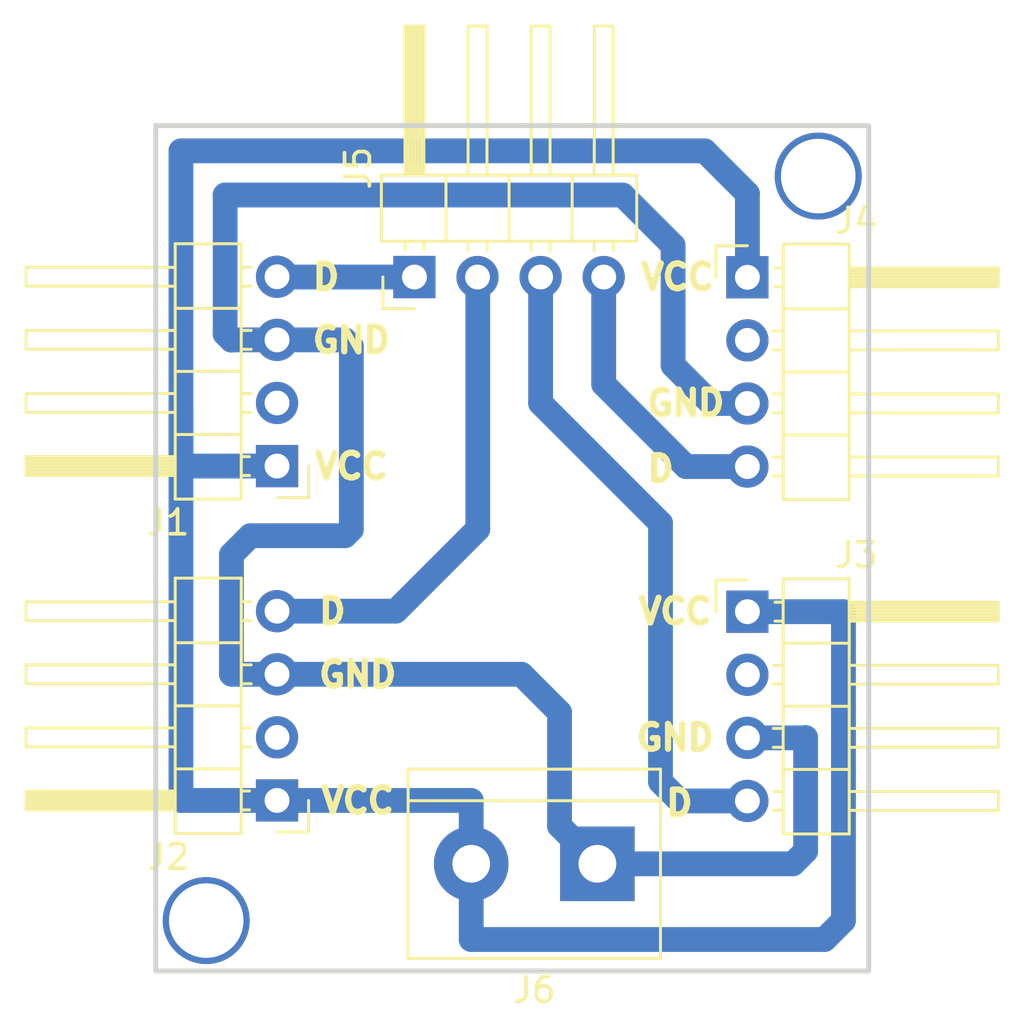
<source format=kicad_pcb>
(kicad_pcb (version 20211014) (generator pcbnew)
  (layers (0 "F.Cu" signal) (31 "B.Cu" signal) (34 "B.Paste" user) (35 "F.Paste" user) (36 "B.SilkS" user "B.Silkscreen") (37 "F.SilkS" user "F.Silkscreen") (38 "B.Mask" user) (39 "F.Mask" user) (44 "Edge.Cuts" user))
  (net 0 "")
  (net 1 "/Vcc")
  (net 3 "GND")
  (net 4 "/DATA1")
  (net 6 "/DATA2")
  (net 8 "/DATA3")
  (net 10 "/DATA4")
  (footprint "Connector_PinHeader_2.54mm:PinHeader_1x04_P2.54mm_Horizontal" (layer "F.Cu") (at 75.889 48.524)
    (fp_text reference "J3" (at 4.385 -2.27) (layer "F.SilkS"))
    (fp_text value "Conn_01x04_Male")
    (fp_line (start 10.1 0.38) (end 4.1 0.38) (layer "F.SilkS") (width 0.12))
    (fp_line (start 1.44 3.81) (end 4.1 3.81) (layer "F.SilkS") (width 0.12))
    (fp_line (start 1.44 8.95) (end 4.1 8.95) (layer "F.SilkS") (width 0.12))
    (fp_line (start 1.44 1.27) (end 4.1 1.27) (layer "F.SilkS") (width 0.12))
    (fp_line (start 4.1 8.95) (end 4.1 -1.33) (layer "F.SilkS") (width 0.12))
    (fp_line (start 4.1 -0.08) (end 10.1 -0.08) (layer "F.SilkS") (width 0.12))
    (fp_line (start 4.1 0.16) (end 10.1 0.16) (layer "F.SilkS") (width 0.12))
    (fp_line (start 4.1 -0.38) (end 10.1 -0.38) (layer "F.SilkS") (width 0.12))
    (fp_line (start 1.44 -1.33) (end 1.44 8.95) (layer "F.SilkS") (width 0.12))
    (fp_line (start 4.1 -0.2) (end 10.1 -0.2) (layer "F.SilkS") (width 0.12))
    (fp_line (start 10.1 4.7) (end 10.1 5.46) (layer "F.SilkS") (width 0.12))
    (fp_line (start 10.1 7.24) (end 10.1 8) (layer "F.SilkS") (width 0.12))
    (fp_line (start -1.27 0) (end -1.27 -1.27) (layer "F.SilkS") (width 0.12))
    (fp_line (start 4.1 -0.32) (end 10.1 -0.32) (layer "F.SilkS") (width 0.12))
    (fp_line (start 10.1 2.16) (end 10.1 2.92) (layer "F.SilkS") (width 0.12))
    (fp_line (start 4.1 0.28) (end 10.1 0.28) (layer "F.SilkS") (width 0.12))
    (fp_line (start 10.1 -0.38) (end 10.1 0.38) (layer "F.SilkS") (width 0.12))
    (fp_line (start 1.042929 8) (end 1.44 8) (layer "F.SilkS") (width 0.12))
    (fp_line (start 1.042929 2.16) (end 1.44 2.16) (layer "F.SilkS") (width 0.12))
    (fp_line (start 4.1 -1.33) (end 1.44 -1.33) (layer "F.SilkS") (width 0.12))
    (fp_line (start 1.042929 5.46) (end 1.44 5.46) (layer "F.SilkS") (width 0.12))
    (fp_line (start 1.042929 4.7) (end 1.44 4.7) (layer "F.SilkS") (width 0.12))
    (fp_line (start 10.1 5.46) (end 4.1 5.46) (layer "F.SilkS") (width 0.12))
    (fp_line (start 1.11 0.38) (end 1.44 0.38) (layer "F.SilkS") (width 0.12))
    (fp_line (start 10.1 8) (end 4.1 8) (layer "F.SilkS") (width 0.12))
    (fp_line (start 4.1 4.7) (end 10.1 4.7) (layer "F.SilkS") (width 0.12))
    (fp_line (start 1.44 6.35) (end 4.1 6.35) (layer "F.SilkS") (width 0.12))
    (fp_line (start 10.1 2.92) (end 4.1 2.92) (layer "F.SilkS") (width 0.12))
    (fp_line (start 1.11 -0.38) (end 1.44 -0.38) (layer "F.SilkS") (width 0.12))
    (fp_line (start 1.042929 7.24) (end 1.44 7.24) (layer "F.SilkS") (width 0.12))
    (fp_line (start 4.1 7.24) (end 10.1 7.24) (layer "F.SilkS") (width 0.12))
    (fp_line (start 1.042929 2.92) (end 1.44 2.92) (layer "F.SilkS") (width 0.12))
    (fp_line (start 4.1 2.16) (end 10.1 2.16) (layer "F.SilkS") (width 0.12))
    (fp_line (start -1.27 -1.27) (end 0 -1.27) (layer "F.SilkS") (width 0.12))
    (fp_line (start 4.1 0.04) (end 10.1 0.04) (layer "F.SilkS") (width 0.12))
    (pad "1" thru_hole rect (at 0 0) (size 1.7 1.7) (drill 1) (layers *.Cu *.Mask) (net 1 "/Vcc"))
    (pad "2" thru_hole oval (at 0 2.54) (size 1.7 1.7) (drill 1) (layers *.Cu *.Mask))
    (pad "3" thru_hole oval (at 0 5.08) (size 1.7 1.7) (drill 1) (layers *.Cu *.Mask) (net 3 "GND"))
    (pad "4" thru_hole oval (at 0 7.62) (size 1.7 1.7) (drill 1) (layers *.Cu *.Mask) (net 8 "/DATA3"))
  )
  (footprint "Connector_PinHeader_2.54mm:PinHeader_1x04_P2.54mm_Horizontal" (layer "F.Cu") (at 62.484 35.052 90)
    (fp_text reference "J5" (at 4.385 -2.27 90) (layer "F.SilkS"))
    (fp_text value "Conn_01x04_Male")
    (fp_line (start 1.042929 2.92) (end 1.44 2.92) (layer "F.SilkS") (width 0.12))
    (fp_line (start 4.1 7.24) (end 10.1 7.24) (layer "F.SilkS") (width 0.12))
    (fp_line (start 4.1 2.16) (end 10.1 2.16) (layer "F.SilkS") (width 0.12))
    (fp_line (start 4.1 -0.32) (end 10.1 -0.32) (layer "F.SilkS") (width 0.12))
    (fp_line (start 4.1 -1.33) (end 1.44 -1.33) (layer "F.SilkS") (width 0.12))
    (fp_line (start 10.1 4.7) (end 10.1 5.46) (layer "F.SilkS") (width 0.12))
    (fp_line (start 1.042929 4.7) (end 1.44 4.7) (layer "F.SilkS") (width 0.12))
    (fp_line (start 10.1 2.16) (end 10.1 2.92) (layer "F.SilkS") (width 0.12))
    (fp_line (start 1.44 8.95) (end 4.1 8.95) (layer "F.SilkS") (width 0.12))
    (fp_line (start 1.11 0.38) (end 1.44 0.38) (layer "F.SilkS") (width 0.12))
    (fp_line (start 10.1 5.46) (end 4.1 5.46) (layer "F.SilkS") (width 0.12))
    (fp_line (start 4.1 -0.08) (end 10.1 -0.08) (layer "F.SilkS") (width 0.12))
    (fp_line (start 4.1 0.16) (end 10.1 0.16) (layer "F.SilkS") (width 0.12))
    (fp_line (start 1.042929 2.16) (end 1.44 2.16) (layer "F.SilkS") (width 0.12))
    (fp_line (start 4.1 0.28) (end 10.1 0.28) (layer "F.SilkS") (width 0.12))
    (fp_line (start 1.44 -1.33) (end 1.44 8.95) (layer "F.SilkS") (width 0.12))
    (fp_line (start 1.042929 7.24) (end 1.44 7.24) (layer "F.SilkS") (width 0.12))
    (fp_line (start 1.11 -0.38) (end 1.44 -0.38) (layer "F.SilkS") (width 0.12))
    (fp_line (start 10.1 0.38) (end 4.1 0.38) (layer "F.SilkS") (width 0.12))
    (fp_line (start 1.44 3.81) (end 4.1 3.81) (layer "F.SilkS") (width 0.12))
    (fp_line (start 10.1 2.92) (end 4.1 2.92) (layer "F.SilkS") (width 0.12))
    (fp_line (start 4.1 4.7) (end 10.1 4.7) (layer "F.SilkS") (width 0.12))
    (fp_line (start 4.1 8.95) (end 4.1 -1.33) (layer "F.SilkS") (width 0.12))
    (fp_line (start 1.042929 8) (end 1.44 8) (layer "F.SilkS") (width 0.12))
    (fp_line (start 1.44 1.27) (end 4.1 1.27) (layer "F.SilkS") (width 0.12))
    (fp_line (start 4.1 -0.38) (end 10.1 -0.38) (layer "F.SilkS") (width 0.12))
    (fp_line (start -1.27 0) (end -1.27 -1.27) (layer "F.SilkS") (width 0.12))
    (fp_line (start -1.27 -1.27) (end 0 -1.27) (layer "F.SilkS") (width 0.12))
    (fp_line (start 10.1 8) (end 4.1 8) (layer "F.SilkS") (width 0.12))
    (fp_line (start 4.1 0.04) (end 10.1 0.04) (layer "F.SilkS") (width 0.12))
    (fp_line (start 10.1 7.24) (end 10.1 8) (layer "F.SilkS") (width 0.12))
    (fp_line (start 10.1 -0.38) (end 10.1 0.38) (layer "F.SilkS") (width 0.12))
    (fp_line (start 1.042929 5.46) (end 1.44 5.46) (layer "F.SilkS") (width 0.12))
    (fp_line (start 4.1 -0.2) (end 10.1 -0.2) (layer "F.SilkS") (width 0.12))
    (fp_line (start 1.44 6.35) (end 4.1 6.35) (layer "F.SilkS") (width 0.12))
    (pad "1" thru_hole rect (at 0 0 90) (size 1.7 1.7) (drill 1) (layers *.Cu *.Mask) (net 4 "/DATA1"))
    (pad "2" thru_hole oval (at 0 2.54 90) (size 1.7 1.7) (drill 1) (layers *.Cu *.Mask) (net 6 "/DATA2"))
    (pad "3" thru_hole oval (at 0 5.08 90) (size 1.7 1.7) (drill 1) (layers *.Cu *.Mask) (net 8 "/DATA3"))
    (pad "4" thru_hole oval (at 0 7.62 90) (size 1.7 1.7) (drill 1) (layers *.Cu *.Mask) (net 10 "/DATA4"))
  )
  (footprint "TerminalBlock:TerminalBlock_bornier-2_P5.08mm" (layer "F.Cu") (at 69.85 58.674 180)
    (fp_text reference "J6" (at 2.54 -5.08) (layer "F.SilkS"))
    (fp_text value "Screw_Terminal_01x02")
    (fp_line (start 7.62 -3.81) (end -2.54 -3.81) (layer "F.SilkS") (width 0.12))
    (fp_line (start 7.62 2.54) (end -2.54 2.54) (layer "F.SilkS") (width 0.12))
    (fp_line (start 7.62 3.81) (end 7.62 -3.81) (layer "F.SilkS") (width 0.12))
    (fp_line (start -2.54 3.81) (end 7.62 3.81) (layer "F.SilkS") (width 0.12))
    (fp_line (start -2.54 -3.81) (end -2.54 3.81) (layer "F.SilkS") (width 0.12))
    (pad "1" thru_hole rect (at 0 0 180) (size 3 3) (drill 1.52) (layers *.Cu *.Mask) (net 3 "GND"))
    (pad "2" thru_hole circle (at 5.08 0 180) (size 3 3) (drill 1.52) (layers *.Cu *.Mask) (net 1 "/Vcc"))
  )
  (footprint "Connector_PinHeader_2.54mm:PinHeader_1x04_P2.54mm_Horizontal" (layer "F.Cu") (at 56.953 42.662 180)
    (fp_text reference "J1" (at 4.385 -2.27) (layer "F.SilkS"))
    (fp_text value "Conn_01x04_Male")
    (fp_line (start 4.1 4.7) (end 10.1 4.7) (layer "F.SilkS") (width 0.12))
    (fp_line (start 1.11 -0.38) (end 1.44 -0.38) (layer "F.SilkS") (width 0.12))
    (fp_line (start 4.1 0.16) (end 10.1 0.16) (layer "F.SilkS") (width 0.12))
    (fp_line (start 10.1 2.16) (end 10.1 2.92) (layer "F.SilkS") (width 0.12))
    (fp_line (start 10.1 8) (end 4.1 8) (layer "F.SilkS") (width 0.12))
    (fp_line (start 4.1 -0.32) (end 10.1 -0.32) (layer "F.SilkS") (width 0.12))
    (fp_line (start 1.042929 8) (end 1.44 8) (layer "F.SilkS") (width 0.12))
    (fp_line (start 1.44 -1.33) (end 1.44 8.95) (layer "F.SilkS") (width 0.12))
    (fp_line (start 1.44 1.27) (end 4.1 1.27) (layer "F.SilkS") (width 0.12))
    (fp_line (start 4.1 -0.2) (end 10.1 -0.2) (layer "F.SilkS") (width 0.12))
    (fp_line (start 1.44 3.81) (end 4.1 3.81) (layer "F.SilkS") (width 0.12))
    (fp_line (start -1.27 -1.27) (end 0 -1.27) (layer "F.SilkS") (width 0.12))
    (fp_line (start 4.1 7.24) (end 10.1 7.24) (layer "F.SilkS") (width 0.12))
    (fp_line (start 4.1 2.16) (end 10.1 2.16) (layer "F.SilkS") (width 0.12))
    (fp_line (start 1.042929 2.16) (end 1.44 2.16) (layer "F.SilkS") (width 0.12))
    (fp_line (start 4.1 -0.08) (end 10.1 -0.08) (layer "F.SilkS") (width 0.12))
    (fp_line (start 1.042929 5.46) (end 1.44 5.46) (layer "F.SilkS") (width 0.12))
    (fp_line (start 1.042929 4.7) (end 1.44 4.7) (layer "F.SilkS") (width 0.12))
    (fp_line (start 4.1 0.04) (end 10.1 0.04) (layer "F.SilkS") (width 0.12))
    (fp_line (start 1.11 0.38) (end 1.44 0.38) (layer "F.SilkS") (width 0.12))
    (fp_line (start 1.042929 2.92) (end 1.44 2.92) (layer "F.SilkS") (width 0.12))
    (fp_line (start 4.1 0.28) (end 10.1 0.28) (layer "F.SilkS") (width 0.12))
    (fp_line (start 10.1 2.92) (end 4.1 2.92) (layer "F.SilkS") (width 0.12))
    (fp_line (start 1.042929 7.24) (end 1.44 7.24) (layer "F.SilkS") (width 0.12))
    (fp_line (start 10.1 -0.38) (end 10.1 0.38) (layer "F.SilkS") (width 0.12))
    (fp_line (start 4.1 -1.33) (end 1.44 -1.33) (layer "F.SilkS") (width 0.12))
    (fp_line (start 4.1 8.95) (end 4.1 -1.33) (layer "F.SilkS") (width 0.12))
    (fp_line (start 10.1 4.7) (end 10.1 5.46) (layer "F.SilkS") (width 0.12))
    (fp_line (start 10.1 7.24) (end 10.1 8) (layer "F.SilkS") (width 0.12))
    (fp_line (start 1.44 8.95) (end 4.1 8.95) (layer "F.SilkS") (width 0.12))
    (fp_line (start 4.1 -0.38) (end 10.1 -0.38) (layer "F.SilkS") (width 0.12))
    (fp_line (start 1.44 6.35) (end 4.1 6.35) (layer "F.SilkS") (width 0.12))
    (fp_line (start 10.1 5.46) (end 4.1 5.46) (layer "F.SilkS") (width 0.12))
    (fp_line (start 10.1 0.38) (end 4.1 0.38) (layer "F.SilkS") (width 0.12))
    (fp_line (start -1.27 0) (end -1.27 -1.27) (layer "F.SilkS") (width 0.12))
    (pad "1" thru_hole rect (at 0 0 180) (size 1.7 1.7) (drill 1) (layers *.Cu *.Mask) (net 1 "/Vcc"))
    (pad "2" thru_hole oval (at 0 2.54 180) (size 1.7 1.7) (drill 1) (layers *.Cu *.Mask))
    (pad "3" thru_hole oval (at 0 5.08 180) (size 1.7 1.7) (drill 1) (layers *.Cu *.Mask) (net 3 "GND"))
    (pad "4" thru_hole oval (at 0 7.62 180) (size 1.7 1.7) (drill 1) (layers *.Cu *.Mask) (net 4 "/DATA1"))
  )
  (footprint "Connector_PinHeader_2.54mm:PinHeader_1x04_P2.54mm_Horizontal" (layer "F.Cu") (at 56.953 56.124 180)
    (fp_text reference "J2" (at 4.385 -2.27) (layer "F.SilkS"))
    (fp_text value "Conn_01x04_Male")
    (fp_line (start 10.1 0.38) (end 4.1 0.38) (layer "F.SilkS") (width 0.12))
    (fp_line (start -1.27 0) (end -1.27 -1.27) (layer "F.SilkS") (width 0.12))
    (fp_line (start 4.1 4.7) (end 10.1 4.7) (layer "F.SilkS") (width 0.12))
    (fp_line (start 10.1 7.24) (end 10.1 8) (layer "F.SilkS") (width 0.12))
    (fp_line (start 1.042929 2.92) (end 1.44 2.92) (layer "F.SilkS") (width 0.12))
    (fp_line (start 1.44 8.95) (end 4.1 8.95) (layer "F.SilkS") (width 0.12))
    (fp_line (start 10.1 4.7) (end 10.1 5.46) (layer "F.SilkS") (width 0.12))
    (fp_line (start 1.44 -1.33) (end 1.44 8.95) (layer "F.SilkS") (width 0.12))
    (fp_line (start 4.1 -0.38) (end 10.1 -0.38) (layer "F.SilkS") (width 0.12))
    (fp_line (start 10.1 2.16) (end 10.1 2.92) (layer "F.SilkS") (width 0.12))
    (fp_line (start 4.1 8.95) (end 4.1 -1.33) (layer "F.SilkS") (width 0.12))
    (fp_line (start 4.1 0.16) (end 10.1 0.16) (layer "F.SilkS") (width 0.12))
    (fp_line (start 10.1 8) (end 4.1 8) (layer "F.SilkS") (width 0.12))
    (fp_line (start 10.1 2.92) (end 4.1 2.92) (layer "F.SilkS") (width 0.12))
    (fp_line (start 1.042929 5.46) (end 1.44 5.46) (layer "F.SilkS") (width 0.12))
    (fp_line (start -1.27 -1.27) (end 0 -1.27) (layer "F.SilkS") (width 0.12))
    (fp_line (start 1.44 3.81) (end 4.1 3.81) (layer "F.SilkS") (width 0.12))
    (fp_line (start 1.042929 4.7) (end 1.44 4.7) (layer "F.SilkS") (width 0.12))
    (fp_line (start 1.11 0.38) (end 1.44 0.38) (layer "F.SilkS") (width 0.12))
    (fp_line (start 1.44 1.27) (end 4.1 1.27) (layer "F.SilkS") (width 0.12))
    (fp_line (start 10.1 -0.38) (end 10.1 0.38) (layer "F.SilkS") (width 0.12))
    (fp_line (start 1.11 -0.38) (end 1.44 -0.38) (layer "F.SilkS") (width 0.12))
    (fp_line (start 4.1 7.24) (end 10.1 7.24) (layer "F.SilkS") (width 0.12))
    (fp_line (start 4.1 -0.32) (end 10.1 -0.32) (layer "F.SilkS") (width 0.12))
    (fp_line (start 4.1 0.28) (end 10.1 0.28) (layer "F.SilkS") (width 0.12))
    (fp_line (start 1.042929 2.16) (end 1.44 2.16) (layer "F.SilkS") (width 0.12))
    (fp_line (start 4.1 0.04) (end 10.1 0.04) (layer "F.SilkS") (width 0.12))
    (fp_line (start 4.1 2.16) (end 10.1 2.16) (layer "F.SilkS") (width 0.12))
    (fp_line (start 4.1 -1.33) (end 1.44 -1.33) (layer "F.SilkS") (width 0.12))
    (fp_line (start 4.1 -0.08) (end 10.1 -0.08) (layer "F.SilkS") (width 0.12))
    (fp_line (start 1.042929 8) (end 1.44 8) (layer "F.SilkS") (width 0.12))
    (fp_line (start 4.1 -0.2) (end 10.1 -0.2) (layer "F.SilkS") (width 0.12))
    (fp_line (start 1.44 6.35) (end 4.1 6.35) (layer "F.SilkS") (width 0.12))
    (fp_line (start 10.1 5.46) (end 4.1 5.46) (layer "F.SilkS") (width 0.12))
    (fp_line (start 1.042929 7.24) (end 1.44 7.24) (layer "F.SilkS") (width 0.12))
    (pad "1" thru_hole rect (at 0 0 180) (size 1.7 1.7) (drill 1) (layers *.Cu *.Mask) (net 1 "/Vcc"))
    (pad "2" thru_hole oval (at 0 2.54 180) (size 1.7 1.7) (drill 1) (layers *.Cu *.Mask))
    (pad "3" thru_hole oval (at 0 5.08 180) (size 1.7 1.7) (drill 1) (layers *.Cu *.Mask) (net 3 "GND"))
    (pad "4" thru_hole oval (at 0 7.62 180) (size 1.7 1.7) (drill 1) (layers *.Cu *.Mask) (net 6 "/DATA2"))
  )
  (footprint "Connector_PinHeader_2.54mm:PinHeader_1x04_P2.54mm_Horizontal" (layer "F.Cu") (at 75.889 35.062)
    (fp_text reference "J4" (at 4.385 -2.27) (layer "F.SilkS"))
    (fp_text value "Conn_01x04_Male")
    (fp_line (start -1.27 -1.27) (end 0 -1.27) (layer "F.SilkS") (width 0.12))
    (fp_line (start -1.27 0) (end -1.27 -1.27) (layer "F.SilkS") (width 0.12))
    (fp_line (start 1.44 6.35) (end 4.1 6.35) (layer "F.SilkS") (width 0.12))
    (fp_line (start 1.11 -0.38) (end 1.44 -0.38) (layer "F.SilkS") (width 0.12))
    (fp_line (start 4.1 4.7) (end 10.1 4.7) (layer "F.SilkS") (width 0.12))
    (fp_line (start 1.042929 4.7) (end 1.44 4.7) (layer "F.SilkS") (width 0.12))
    (fp_line (start 10.1 5.46) (end 4.1 5.46) (layer "F.SilkS") (width 0.12))
    (fp_line (start 4.1 -0.38) (end 10.1 -0.38) (layer "F.SilkS") (width 0.12))
    (fp_line (start 1.44 8.95) (end 4.1 8.95) (layer "F.SilkS") (width 0.12))
    (fp_line (start 4.1 -0.08) (end 10.1 -0.08) (layer "F.SilkS") (width 0.12))
    (fp_line (start 10.1 2.92) (end 4.1 2.92) (layer "F.SilkS") (width 0.12))
    (fp_line (start 1.042929 2.92) (end 1.44 2.92) (layer "F.SilkS") (width 0.12))
    (fp_line (start 4.1 0.04) (end 10.1 0.04) (layer "F.SilkS") (width 0.12))
    (fp_line (start 4.1 -0.32) (end 10.1 -0.32) (layer "F.SilkS") (width 0.12))
    (fp_line (start 4.1 -0.2) (end 10.1 -0.2) (layer "F.SilkS") (width 0.12))
    (fp_line (start 1.042929 5.46) (end 1.44 5.46) (layer "F.SilkS") (width 0.12))
    (fp_line (start 10.1 4.7) (end 10.1 5.46) (layer "F.SilkS") (width 0.12))
    (fp_line (start 1.44 1.27) (end 4.1 1.27) (layer "F.SilkS") (width 0.12))
    (fp_line (start 4.1 2.16) (end 10.1 2.16) (layer "F.SilkS") (width 0.12))
    (fp_line (start 1.042929 7.24) (end 1.44 7.24) (layer "F.SilkS") (width 0.12))
    (fp_line (start 1.042929 8) (end 1.44 8) (layer "F.SilkS") (width 0.12))
    (fp_line (start 4.1 0.16) (end 10.1 0.16) (layer "F.SilkS") (width 0.12))
    (fp_line (start 1.44 -1.33) (end 1.44 8.95) (layer "F.SilkS") (width 0.12))
    (fp_line (start 1.44 3.81) (end 4.1 3.81) (layer "F.SilkS") (width 0.12))
    (fp_line (start 1.11 0.38) (end 1.44 0.38) (layer "F.SilkS") (width 0.12))
    (fp_line (start 4.1 -1.33) (end 1.44 -1.33) (layer "F.SilkS") (width 0.12))
    (fp_line (start 10.1 0.38) (end 4.1 0.38) (layer "F.SilkS") (width 0.12))
    (fp_line (start 1.042929 2.16) (end 1.44 2.16) (layer "F.SilkS") (width 0.12))
    (fp_line (start 4.1 8.95) (end 4.1 -1.33) (layer "F.SilkS") (width 0.12))
    (fp_line (start 4.1 0.28) (end 10.1 0.28) (layer "F.SilkS") (width 0.12))
    (fp_line (start 4.1 7.24) (end 10.1 7.24) (layer "F.SilkS") (width 0.12))
    (fp_line (start 10.1 8) (end 4.1 8) (layer "F.SilkS") (width 0.12))
    (fp_line (start 10.1 2.16) (end 10.1 2.92) (layer "F.SilkS") (width 0.12))
    (fp_line (start 10.1 7.24) (end 10.1 8) (layer "F.SilkS") (width 0.12))
    (fp_line (start 10.1 -0.38) (end 10.1 0.38) (layer "F.SilkS") (width 0.12))
    (pad "1" thru_hole rect (at 0 0) (size 1.7 1.7) (drill 1) (layers *.Cu *.Mask) (net 1 "/Vcc"))
    (pad "2" thru_hole oval (at 0 2.54) (size 1.7 1.7) (drill 1) (layers *.Cu *.Mask))
    (pad "3" thru_hole oval (at 0 5.08) (size 1.7 1.7) (drill 1) (layers *.Cu *.Mask) (net 3 "GND"))
    (pad "4" thru_hole oval (at 0 7.62) (size 1.7 1.7) (drill 1) (layers *.Cu *.Mask) (net 10 "/DATA4"))
  )
  (gr_rect (start 52.07 28.956) (end 80.772 62.992) (layer "Edge.Cuts") (width 0.2) (fill none))
  (gr_text "D\n" (at 72.39 42.672 180) (layer "F.SilkS") (effects (font (size 1 1) (thickness 0.25)) (justify mirror)))
  (gr_text "VCC\n" (at 59.944 42.672) (layer "F.SilkS") (effects (font (size 1 1) (thickness 0.25))))
  (gr_text "VCC\n" (at 72.979 48.514) (layer "F.SilkS") (effects (font (size 1 1) (thickness 0.25))))
  (gr_text "GND\n" (at 60.198 51.054) (layer "F.SilkS") (effects (font (size 1 1) (thickness 0.25))))
  (gr_text "GND\n" (at 73.406 40.132) (layer "F.SilkS") (effects (font (size 1 1) (thickness 0.25))))
  (gr_text "GND\n" (at 59.944 37.592) (layer "F.SilkS") (effects (font (size 1 1) (thickness 0.25))))
  (gr_text "D\n" (at 58.928 35.052) (layer "F.SilkS") (effects (font (size 1 1) (thickness 0.25))))
  (gr_text "VCC\n" (at 60.198 56.134) (layer "F.SilkS") (effects (font (size 1 1) (thickness 0.25))))
  (gr_text "VCC\n" (at 73.071 35.052) (layer "F.SilkS") (effects (font (size 1 1) (thickness 0.25))))
  (gr_text "D\n" (at 73.152 56.134 180) (layer "F.SilkS") (effects (font (size 1 1) (thickness 0.25)) (justify mirror)))
  (gr_text "D\n" (at 59.182 48.514) (layer "F.SilkS") (effects (font (size 1 1) (thickness 0.25))))
  (gr_text "GND\n" (at 72.979 53.594) (layer "F.SilkS") (effects (font (size 1 1) (thickness 0.25))))
  (via (at 78.74 30.988) (size 3.5) (drill 3) (layers "F.Cu" "B.Cu") (net 0))
  (via (at 54.102 60.96) (size 3.5) (drill 3) (layers "F.Cu" "B.Cu") (net 0))
  (segment (start 53.086 29.972) (end 74.168 29.972) (width 1) (layer "B.Cu") (net 1))
  (segment (start 56.953 56.124) (end 64.77 56.124) (width 1) (layer "B.Cu") (net 1))
  (segment (start 53.086 56.124) (end 53.086 40.386) (width 1) (layer "B.Cu") (net 1))
  (segment (start 79.756 60.96) (end 79.756 48.524) (width 1) (layer "B.Cu") (net 1))
  (segment (start 64.77 61.722) (end 78.994 61.722) (width 1) (layer "B.Cu") (net 1))
  (segment (start 56.953 42.662) (end 53.086 42.662) (width 1) (layer "B.Cu") (net 1))
  (segment (start 56.953 56.124) (end 53.086 56.124) (width 1) (layer "B.Cu") (net 1))
  (segment (start 74.168 29.972) (end 75.889 31.693) (width 1) (layer "B.Cu") (net 1))
  (segment (start 64.77 56.124) (end 64.77 58.674) (width 1) (layer "B.Cu") (net 1))
  (segment (start 79.756 48.524) (end 76.143 48.524) (width 1) (layer "B.Cu") (net 1))
  (segment (start 78.994 61.722) (end 79.756 60.96) (width 1) (layer "B.Cu") (net 1))
  (segment (start 53.086 42.662) (end 53.086 40.386) (width 1) (layer "B.Cu") (net 1))
  (segment (start 53.086 40.386) (end 53.086 29.972) (width 1) (layer "B.Cu") (net 1))
  (segment (start 75.889 31.693) (end 75.889 35.062) (width 1) (layer "B.Cu") (net 1))
  (segment (start 64.77 58.674) (end 64.77 61.722) (width 1) (layer "B.Cu") (net 1))
  (segment (start 54.864 31.75) (end 54.864 37.338) (width 1) (layer "B.Cu") (net 3))
  (segment (start 55.128 51.044) (end 56.953 51.044) (width 1) (layer "B.Cu") (net 3))
  (segment (start 59.944 37.846) (end 59.944 45.212) (width 1) (layer "B.Cu") (net 3))
  (segment (start 59.69 45.466) (end 55.88 45.466) (width 1) (layer "B.Cu") (net 3))
  (segment (start 69.85 58.674) (end 68.326 57.15) (width 1) (layer "B.Cu") (net 3))
  (segment (start 69.85 58.674) (end 77.724 58.674) (width 1) (layer "B.Cu") (net 3))
  (segment (start 55.118 37.592) (end 55.128 37.582) (width 1) (layer "B.Cu") (net 3))
  (segment (start 70.866 31.75) (end 54.864 31.75) (width 1) (layer "B.Cu") (net 3))
  (segment (start 66.792 51.044) (end 56.953 51.044) (width 1) (layer "B.Cu") (net 3))
  (segment (start 74.432 40.142) (end 72.898 38.608) (width 1) (layer "B.Cu") (net 3))
  (segment (start 54.864 37.338) (end 55.118 37.592) (width 1) (layer "B.Cu") (net 3))
  (segment (start 68.326 52.578) (end 66.792 51.044) (width 1) (layer "B.Cu") (net 3))
  (segment (start 78.232 58.166) (end 78.232 53.594) (width 1) (layer "B.Cu") (net 3))
  (segment (start 55.88 45.466) (end 55.118 46.228) (width 1) (layer "B.Cu") (net 3))
  (segment (start 68.326 57.15) (end 68.326 52.578) (width 1) (layer "B.Cu") (net 3))
  (segment (start 59.944 45.212) (end 59.69 45.466) (width 1) (layer "B.Cu") (net 3))
  (segment (start 77.724 58.674) (end 78.232 58.166) (width 1) (layer "B.Cu") (net 3))
  (segment (start 59.68 37.582) (end 59.944 37.846) (width 1) (layer "B.Cu") (net 3))
  (segment (start 55.128 37.582) (end 56.953 37.582) (width 1) (layer "B.Cu") (net 3))
  (segment (start 55.118 51.034) (end 55.128 51.044) (width 1) (layer "B.Cu") (net 3))
  (segment (start 75.889 40.142) (end 74.432 40.142) (width 1) (layer "B.Cu") (net 3))
  (segment (start 72.898 33.782) (end 70.866 31.75) (width 1) (layer "B.Cu") (net 3))
  (segment (start 78.232 53.594) (end 78.222 53.604) (width 1) (layer "B.Cu") (net 3))
  (segment (start 78.222 53.604) (end 76.143 53.604) (width 1) (layer "B.Cu") (net 3))
  (segment (start 56.953 37.582) (end 59.68 37.582) (width 1) (layer "B.Cu") (net 3))
  (segment (start 55.118 46.228) (end 55.118 51.034) (width 1) (layer "B.Cu") (net 3))
  (segment (start 72.898 38.608) (end 72.898 33.782) (width 1) (layer "B.Cu") (net 3))
  (segment (start 56.953 35.042) (end 56.963 35.052) (width 1) (layer "B.Cu") (net 4))
  (segment (start 62.417 35.052) (end 62.427 35.042) (width 1) (layer "B.Cu") (net 4))
  (segment (start 56.963 35.052) (end 62.417 35.052) (width 1) (layer "B.Cu") (net 4))
  (segment (start 61.732 48.504) (end 56.953 48.504) (width 1) (layer "B.Cu") (net 6))
  (segment (start 65.034 35.062) (end 65.034 45.202) (width 1) (layer "B.Cu") (net 6))
  (segment (start 65.034 45.202) (end 61.732 48.504) (width 1) (layer "B.Cu") (net 6))
  (segment (start 65.024 35.052) (end 65.034 35.062) (width 1) (layer "B.Cu") (net 6))
  (segment (start 72.39 44.958) (end 67.564 40.132) (width 1) (layer "B.Cu") (net 8))
  (segment (start 73.162 56.144) (end 72.39 55.372) (width 1) (layer "B.Cu") (net 8))
  (segment (start 72.39 55.372) (end 72.39 44.958) (width 1) (layer "B.Cu") (net 8))
  (segment (start 67.564 40.132) (end 67.564 35.052) (width 1) (layer "B.Cu") (net 8))
  (segment (start 76.143 56.144) (end 73.162 56.144) (width 1) (layer "B.Cu") (net 8))
  (segment (start 73.416 42.682) (end 70.104 39.37) (width 1) (layer "B.Cu") (net 10))
  (segment (start 70.104 39.37) (end 70.104 35.052) (width 1) (layer "B.Cu") (net 10))
  (segment (start 75.889 42.682) (end 73.416 42.682) (width 1) (layer "B.Cu") (net 10))
)
</source>
